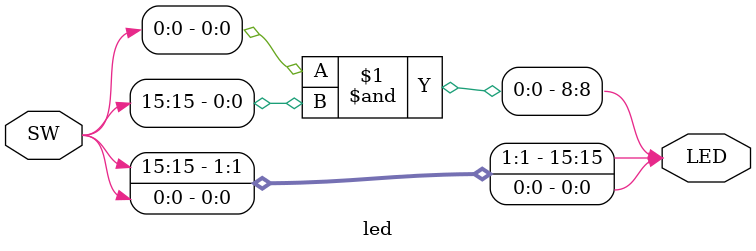
<source format=sv>
module led (
    input logic [15:0] SW,
    output logic [15:0] LED
);
    assign LED[0] = SW[0];
    assign LED[15] = SW[15];
    assign LED[8] = SW[0] & SW[15];
endmodule

</source>
